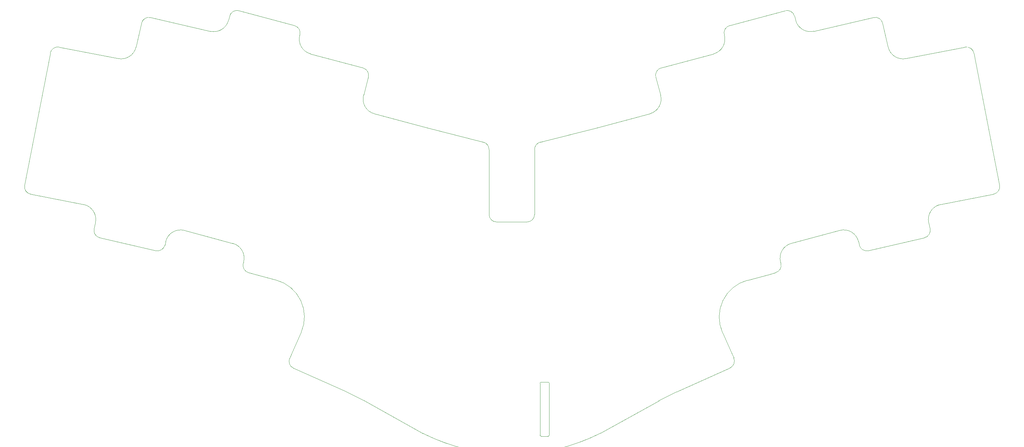
<source format=gm1>
G04 #@! TF.GenerationSoftware,KiCad,Pcbnew,7.0.2-0*
G04 #@! TF.CreationDate,2023-09-16T16:42:04+01:00*
G04 #@! TF.ProjectId,buteo-mx,62757465-6f2d-46d7-982e-6b696361645f,0.0.1*
G04 #@! TF.SameCoordinates,Original*
G04 #@! TF.FileFunction,Profile,NP*
%FSLAX46Y46*%
G04 Gerber Fmt 4.6, Leading zero omitted, Abs format (unit mm)*
G04 Created by KiCad (PCBNEW 7.0.2-0) date 2023-09-16 16:42:04*
%MOMM*%
%LPD*%
G01*
G04 APERTURE LIST*
G04 #@! TA.AperFunction,Profile*
%ADD10C,0.100000*%
G04 #@! TD*
G04 #@! TA.AperFunction,Profile*
%ADD11C,0.050000*%
G04 #@! TD*
G04 APERTURE END LIST*
D10*
X75019848Y-39514221D02*
X75019848Y-39514221D01*
G75*
G02*
X77469264Y-38100190I1931752J-517679D01*
G01*
X92007698Y-41995541D01*
G75*
G02*
X93421874Y-44445293I-517298J-1931659D01*
G01*
X93403616Y-44513396D01*
G75*
G03*
X96229196Y-49412140I3863484J-1035804D01*
G01*
X109962304Y-53102269D01*
G75*
G02*
X111375362Y-55550639I-519104J-1931531D01*
G01*
X110125223Y-60223461D01*
G75*
G03*
X112952849Y-65120622I3864077J-1033839D01*
G01*
X126554736Y-68769774D01*
X141493773Y-72540786D01*
G75*
G02*
X143004275Y-74479963I-489473J-1939214D01*
G01*
X143004270Y-91496080D01*
G75*
G03*
X145004277Y-93496080I2000030J80D01*
G01*
X152942277Y-93496082D01*
G75*
G03*
X154942276Y-91496080I-77J2000082D01*
G01*
X154942275Y-74482970D01*
G75*
G02*
X156456402Y-72542885I2000125J-130D01*
G01*
X171561694Y-68759953D01*
X185140473Y-65120152D01*
G75*
G03*
X187968576Y-60221432I-1035673J3863652D01*
G01*
X186716706Y-55548585D01*
G75*
G02*
X188130483Y-53099298I1931894J517585D01*
G01*
X201863874Y-49415976D01*
G75*
G03*
X204692330Y-44520747I-1036174J3863476D01*
G01*
X204671633Y-44443234D01*
G75*
G02*
X206086445Y-41995462I1932067J516034D01*
G01*
X220625206Y-38100833D01*
G75*
G02*
X223074331Y-39514204I517394J-1932067D01*
G01*
X223373538Y-40628824D01*
G75*
G03*
X228134849Y-43489668I3863362J1037224D01*
G01*
X243775891Y-39885943D01*
G75*
G02*
X246173706Y-41385106I449309J-1948457D01*
G01*
X247615630Y-47632633D01*
G75*
G03*
X252275699Y-50659735I3897670J899733D01*
G01*
X267751688Y-47654405D01*
G75*
G02*
X270096165Y-49235930I381212J-1963395D01*
G01*
X276827782Y-83850240D01*
G75*
G02*
X275246455Y-86195241I-1963182J-381760D01*
G01*
X261389248Y-88890826D01*
G75*
G03*
X258255474Y-93716694I763652J-3926274D01*
G01*
X258605360Y-95232831D01*
G75*
G02*
X257106154Y-97631381I-1949060J-449569D01*
G01*
X242442988Y-101013985D01*
G75*
G02*
X240044409Y-99513893I-449688J1948685D01*
G01*
X239848200Y-98661680D01*
G75*
G03*
X234914668Y-95695488I-3898100J-897520D01*
G01*
X222247459Y-99090485D01*
G75*
G03*
X219418467Y-103986408I1035541J-3863615D01*
G01*
X219510713Y-104331743D01*
G75*
G02*
X218096918Y-106779518I-1932413J-516057D01*
G01*
X216383740Y-107239340D01*
X210741466Y-108749801D01*
G75*
G03*
X204188664Y-122469540I2585934J-9659799D01*
G01*
X206560916Y-127809457D01*
X207149443Y-129136041D01*
G75*
G02*
X206136819Y-131773263I-1828143J-811059D01*
G01*
X192231112Y-137983362D01*
G75*
G03*
X187509206Y-140346558I24468188J-54788938D01*
G01*
X172258612Y-148837988D01*
G75*
G02*
X125661812Y-148899313I-23359232J46191598D01*
G01*
X110217662Y-140307463D01*
G75*
G03*
X105488136Y-137942971I-29169862J-52434037D01*
G01*
X91770766Y-131824992D01*
G75*
G02*
X90758416Y-129184753I814634J1826592D01*
G01*
X91380086Y-127788882D01*
X93760947Y-122436969D01*
G75*
G03*
X87214227Y-108713619I-9136667J4064589D01*
G01*
X81563229Y-107198321D01*
X79999411Y-106778909D01*
G75*
G02*
X78584759Y-104336670I512289J1927609D01*
G01*
X78677005Y-103991335D01*
G75*
G03*
X75848013Y-99095412I-3864515J1032275D01*
G01*
X63446889Y-95768581D01*
X63179107Y-95697082D01*
G75*
G03*
X58250117Y-98660165I-1031867J-3864668D01*
G01*
X58051443Y-99518990D01*
G75*
G02*
X55652972Y-101016969I-1948643J450990D01*
G01*
X40989080Y-97631336D01*
G75*
G02*
X39490253Y-95232754I449720J1948636D01*
G01*
X39839496Y-93719832D01*
G75*
G03*
X36707977Y-88894167I-3897346J899802D01*
G01*
X22851455Y-86190642D01*
G75*
G02*
X21271156Y-83846249I383145J1963042D01*
G01*
X27995360Y-49232598D01*
G75*
G02*
X30340180Y-47650724I1963290J-381392D01*
G01*
X45822586Y-50659455D01*
G75*
G03*
X50483397Y-47631497I763014J3926555D01*
G01*
X51923204Y-41386183D01*
G75*
G02*
X54322379Y-39886834I1948896J-449317D01*
G01*
X69954565Y-43499125D01*
G75*
G03*
X74718753Y-40637478I900535J3897425D01*
G01*
X75019848Y-39514221D01*
D11*
X156375000Y-135760000D02*
X156375000Y-149360000D01*
X156675000Y-149660000D02*
X158475000Y-149660000D01*
X158475000Y-135460000D02*
X156675000Y-135460000D01*
X158775000Y-149360000D02*
X158775000Y-135760000D01*
X156675000Y-135460000D02*
G75*
G03*
X156375000Y-135760000I0J-300000D01*
G01*
X156375000Y-149360000D02*
G75*
G03*
X156675000Y-149660000I300000J0D01*
G01*
X158775000Y-135760000D02*
G75*
G03*
X158475000Y-135460000I-300000J0D01*
G01*
X158475000Y-149660000D02*
G75*
G03*
X158775000Y-149360000I0J300000D01*
G01*
M02*

</source>
